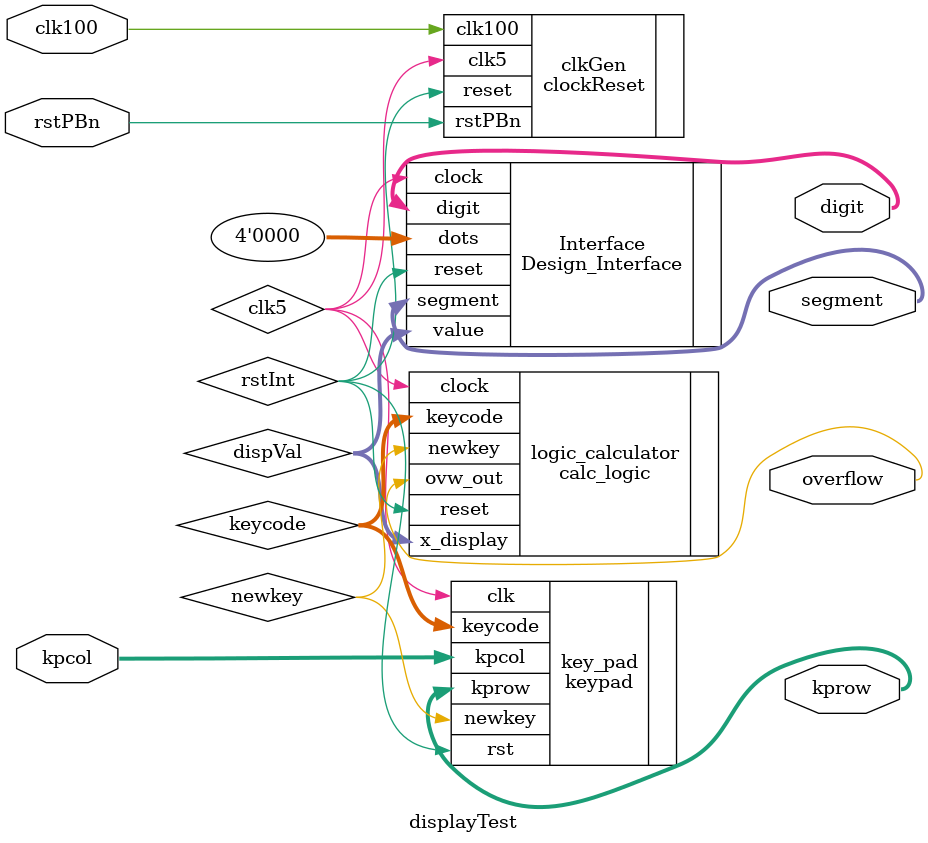
<source format=v>
module displayTest (
    input clk100,         // 100 MHz clock from oscillator on circuit board
    input rstPBn, 		  // reset signal, active low, from CPU RESET pushbutton
    input [5:0]kpcol,     // keypad interface, values for column 
    output [3:0]kprow,    // keypad interface, values for rows
    output [7:0] digit,   // digit controls - active low (7 on left, 0 on right)
    output [7:0] segment, // segment controls - active low (a b c d e f g p)
    output overflow);     // detect over connected to LED switch on the circuit board

    // ===========================================================================
    // Interconnecting Signals
    wire clk5;              // 5 MHz clock signal, buffered
    wire rstInt;            // internal reset signal, active high
    wire [15:0] dispVal;    // value to be displayed
    wire [4:0]keycode;		// the input value from the keypad interface
    wire newkey;			// the input value signifies the button is pressed

    // ===========================================================================
    // Instantiate clock and reset generator, connect to signals
    clockReset clkGen (
        .clk100 (clk100),       // input clock at 100 MHz
        .rstPBn (rstPBn),       // input reset, active low
        .clk5   (clk5),         // output clock, 5 MHz
        .reset  (rstInt));     // output reset, active high

    //=====================================================================================
    // This hardware generates a test input for the display block, using a 28-bit counter.
    
    // 29-bit counter, clocked at 5 MHz, overflows every 107 seconds (approx).
    //   reg [28:0] testCount;      // 29-bit counter
    //   always @ (posedge clk5)
    //      begin
    //         if (rstInt) testCount <= 29'b0;
    //         else testCount <= testCount + 1'b1;
    //      end
    
    // Take selected bits from the counter to build the value to be displayed, using
    // overlapping groups of bits from the counter for each hexadecimal digit.
    // This allows each digit to change at a different rate, slow enough to be checked easily,
    // but fast enough to cycle through all 16 symbols in a reasonable time.  
    //   assign dispVal[15:12] = testCount[28:25]; // left digit changes every 6.7 s (approx)
    //   assign dispVal[11:8]  = testCount[27:24]; // changes every 3.4 s (approx)
    //   assign dispVal[7:4]   = testCount[26:23]; // changes every 1.7 s (approx)
    //   assign dispVal[3:0]   = testCount[25:22]; // right digit changes every 0.84 s (approx)
    
    
    // ==================================================================================
    /* Instantiate your display interface here.  Connect its clock input to the 5 MHz clock 
        signal, clk5, and its reset input to the internal reset signal, rstInt.  
        The value to be displayed is in the dispVal signal, as generated above.
        The signal to control the dots is called swit.
        The segment output of your module connects to the segment signal.
        The digit output of your module connects to the digit signal.  */

    /* Instantiating the other module*/
    keypad key_pad (.clk(clk5), .rst(rstInt), .kpcol(kpcol), .kprow(kprow), .newkey(newkey), .keycode(keycode));
    Design_Interface Interface (.clock(clk5), .reset(rstInt), .value(dispVal), .dots(4'b0000), .segment(segment), .digit(digit));
    calc_logic logic_calculator (.clock(clk5), .reset(rstInt), .newkey(newkey), .keycode(keycode), .x_display(dispVal),.ovw_out(overflow));

endmodule
</source>
